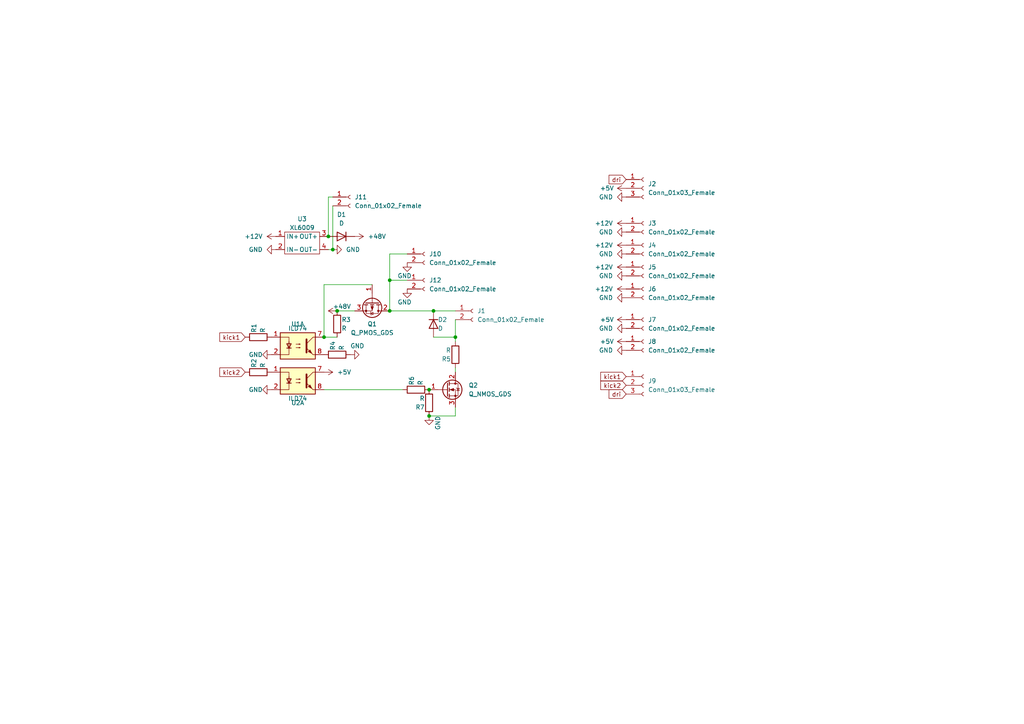
<source format=kicad_sch>
(kicad_sch (version 20211123) (generator eeschema)
  (paper "A4")
  (lib_symbols
    (symbol "Connector:Conn_01x02_Female" (pin_names (offset 1.016) hide)
      (property "Reference" "J" (at 0 2.54 0))
      (property "Value" "Conn_01x02_Female" (at 0 -5.08 0))
      (symbol "Conn_01x02_Female_1_1"
        (arc (start 0 -2.032) (mid -0.508 -2.54) (end 0 -3.048) (stroke (width 0.1524)))
        (polyline (pts (xy -1.27 -2.54) (xy -0.508 -2.54)) (stroke (width 0.1524)))
        (polyline (pts (xy -1.27 0) (xy -0.508 0)) (stroke (width 0.1524)))
        (arc (start 0 0.508) (mid -0.508 0) (end 0 -0.508) (stroke (width 0.1524)))
        (pin passive line (at -5.08 0 0) (length 3.81) (name "Pin_1") (number "1"))
        (pin passive line (at -5.08 -2.54 0) (length 3.81) (name "Pin_2") (number "2"))
      )
    )
    (symbol "Connector:Conn_01x03_Female" (pin_names (offset 1.016) hide)
      (property "Reference" "J" (at 0 5.08 0))
      (property "Value" "Conn_01x03_Female" (at 0 -5.08 0))
      (symbol "Conn_01x03_Female_1_1"
        (arc (start 0 -2.032) (mid -0.508 -2.54) (end 0 -3.048) (stroke (width 0.1524)))
        (polyline (pts (xy -1.27 -2.54) (xy -0.508 -2.54)) (stroke (width 0.1524)))
        (polyline (pts (xy -1.27 0) (xy -0.508 0)) (stroke (width 0.1524)))
        (polyline (pts (xy -1.27 2.54) (xy -0.508 2.54)) (stroke (width 0.1524)))
        (arc (start 0 0.508) (mid -0.508 0) (end 0 -0.508) (stroke (width 0.1524)))
        (arc (start 0 3.048) (mid -0.508 2.54) (end 0 2.032) (stroke (width 0.1524)))
        (pin passive line (at -5.08 2.54 0) (length 3.81) (name "Pin_1") (number "1"))
        (pin passive line (at -5.08 0 0) (length 3.81) (name "Pin_2") (number "2"))
        (pin passive line (at -5.08 -2.54 0) (length 3.81) (name "Pin_3") (number "3"))
      )
    )
    (symbol "Device:D" (pin_numbers hide) (pin_names (offset 1.016) hide)
      (property "Reference" "D" (at 0 2.54 0))
      (property "Value" "D" (at 0 -2.54 0))
      (symbol "D_0_1"
        (polyline (pts (xy -1.27 1.27) (xy -1.27 -1.27)) (stroke (width 0.254)))
        (polyline (pts (xy 1.27 0) (xy -1.27 0)))
        (polyline (pts (xy 1.27 1.27) (xy 1.27 -1.27) (xy -1.27 0) (xy 1.27 1.27)) (stroke (width 0.254)))
      )
      (symbol "D_1_1"
        (pin passive line (at -3.81 0 0) (length 2.54) (name "K") (number "1"))
        (pin passive line (at 3.81 0 180) (length 2.54) (name "A") (number "2"))
      )
    )
    (symbol "Device:Q_NMOS_GDS" (pin_names (offset 0) hide)
      (property "Reference" "Q" (at 5.08 1.27 0))
      (property "Value" "Q_NMOS_GDS" (at 5.08 -1.27 0))
      (symbol "Q_NMOS_GDS_0_1"
        (polyline (pts (xy 0.254 0) (xy -2.54 0)))
        (polyline (pts (xy 0.254 1.905) (xy 0.254 -1.905)) (stroke (width 0.254)))
        (polyline (pts (xy 0.762 -1.27) (xy 0.762 -2.286)) (stroke (width 0.254)))
        (polyline (pts (xy 0.762 0.508) (xy 0.762 -0.508)) (stroke (width 0.254)))
        (polyline (pts (xy 0.762 2.286) (xy 0.762 1.27)) (stroke (width 0.254)))
        (polyline (pts (xy 2.54 2.54) (xy 2.54 1.778)))
        (polyline (pts (xy 2.54 -2.54) (xy 2.54 0) (xy 0.762 0)))
        (polyline (pts (xy 0.762 -1.778) (xy 3.302 -1.778) (xy 3.302 1.778) (xy 0.762 1.778)))
        (polyline (pts (xy 1.016 0) (xy 2.032 0.381) (xy 2.032 -0.381) (xy 1.016 0)) (fill (type outline)))
        (polyline (pts (xy 2.794 0.508) (xy 2.921 0.381) (xy 3.683 0.381) (xy 3.81 0.254)))
        (polyline (pts (xy 3.302 0.381) (xy 2.921 -0.254) (xy 3.683 -0.254) (xy 3.302 0.381)))
        (circle (center 1.651 0) (radius 2.794) (stroke (width 0.254)))
        (circle (center 2.54 -1.778) (radius 0.254) (fill (type outline)))
        (circle (center 2.54 1.778) (radius 0.254) (fill (type outline)))
      )
      (symbol "Q_NMOS_GDS_1_1"
        (pin input line (at -5.08 0 0) (length 2.54) (name "G") (number "1"))
        (pin passive line (at 2.54 5.08 270) (length 2.54) (name "D") (number "2"))
        (pin passive line (at 2.54 -5.08 90) (length 2.54) (name "S") (number "3"))
      )
    )
    (symbol "Device:Q_PMOS_GDS" (pin_names (offset 0) hide)
      (property "Reference" "Q" (at 5.08 1.27 0))
      (property "Value" "Q_PMOS_GDS" (at 5.08 -1.27 0))
      (symbol "Q_PMOS_GDS_0_1"
        (polyline (pts (xy 0.254 0) (xy -2.54 0)))
        (polyline (pts (xy 0.254 1.905) (xy 0.254 -1.905)) (stroke (width 0.254)))
        (polyline (pts (xy 0.762 -1.27) (xy 0.762 -2.286)) (stroke (width 0.254)))
        (polyline (pts (xy 0.762 0.508) (xy 0.762 -0.508)) (stroke (width 0.254)))
        (polyline (pts (xy 0.762 2.286) (xy 0.762 1.27)) (stroke (width 0.254)))
        (polyline (pts (xy 2.54 2.54) (xy 2.54 1.778)))
        (polyline (pts (xy 2.54 -2.54) (xy 2.54 0) (xy 0.762 0)))
        (polyline (pts (xy 0.762 1.778) (xy 3.302 1.778) (xy 3.302 -1.778) (xy 0.762 -1.778)))
        (polyline (pts (xy 2.286 0) (xy 1.27 0.381) (xy 1.27 -0.381) (xy 2.286 0)) (fill (type outline)))
        (polyline (pts (xy 2.794 -0.508) (xy 2.921 -0.381) (xy 3.683 -0.381) (xy 3.81 -0.254)))
        (polyline (pts (xy 3.302 -0.381) (xy 2.921 0.254) (xy 3.683 0.254) (xy 3.302 -0.381)))
        (circle (center 1.651 0) (radius 2.794) (stroke (width 0.254)))
        (circle (center 2.54 -1.778) (radius 0.254) (fill (type outline)))
        (circle (center 2.54 1.778) (radius 0.254) (fill (type outline)))
      )
      (symbol "Q_PMOS_GDS_1_1"
        (pin input line (at -5.08 0 0) (length 2.54) (name "G") (number "1"))
        (pin passive line (at 2.54 5.08 270) (length 2.54) (name "D") (number "2"))
        (pin passive line (at 2.54 -5.08 90) (length 2.54) (name "S") (number "3"))
      )
    )
    (symbol "Device:R" (pin_numbers hide) (pin_names (offset 0))
      (property "Reference" "R" (at 2.032 0 90))
      (property "Value" "R" (at 0 0 90))
      (symbol "R_0_1"
        (rectangle (start -1.016 -2.54) (end 1.016 2.54) (stroke (width 0.254)))
      )
      (symbol "R_1_1"
        (pin passive line (at 0 3.81 270) (length 1.27) (name "~") (number "1"))
        (pin passive line (at 0 -3.81 90) (length 1.27) (name "~") (number "2"))
      )
    )
    (symbol "Isolator:ILD74" (pin_names (offset 1.016))
      (property "Reference" "U" (at -5.08 5.08 0))
      (property "Value" "ILD74" (at 0 5.08 0))
      (symbol "ILD74_0_1"
        (rectangle (start -5.08 3.81) (end 5.08 -3.81) (stroke (width 0.254)) (fill (type background)))
        (polyline (pts (xy -3.175 -0.635) (xy -1.905 -0.635)) (stroke (width 0.254)))
        (polyline (pts (xy 2.54 0.635) (xy 4.445 2.54)))
        (polyline (pts (xy 4.445 -2.54) (xy 2.54 -0.635)) (fill (type outline)))
        (polyline (pts (xy 4.445 -2.54) (xy 5.08 -2.54)))
        (polyline (pts (xy 4.445 2.54) (xy 5.08 2.54)))
        (polyline (pts (xy -5.08 2.54) (xy -2.54 2.54) (xy -2.54 0.635)))
        (polyline (pts (xy 2.54 1.905) (xy 2.54 -1.905) (xy 2.54 -1.905)) (stroke (width 0.508)))
        (polyline (pts (xy -2.54 -0.635) (xy -3.175 0.635) (xy -1.905 0.635) (xy -2.54 -0.635)) (stroke (width 0.254)))
        (polyline (pts (xy -2.54 -0.635) (xy -2.54 1.27) (xy -2.54 -2.54) (xy -5.08 -2.54)))
        (polyline (pts (xy -0.508 -0.508) (xy 0.762 -0.508) (xy 0.381 -0.635) (xy 0.381 -0.381) (xy 0.762 -0.508)))
        (polyline (pts (xy -0.508 0.508) (xy 0.762 0.508) (xy 0.381 0.381) (xy 0.381 0.635) (xy 0.762 0.508)))
        (polyline (pts (xy 3.048 -1.651) (xy 3.556 -1.143) (xy 4.064 -2.159) (xy 3.048 -1.651) (xy 3.048 -1.651)) (fill (type outline)))
      )
      (symbol "ILD74_1_1"
        (pin passive line (at -7.62 2.54 0) (length 2.54) (name "~") (number "1"))
        (pin passive line (at -7.62 -2.54 0) (length 2.54) (name "~") (number "2"))
        (pin passive line (at 7.62 2.54 180) (length 2.54) (name "~") (number "7"))
        (pin passive line (at 7.62 -2.54 180) (length 2.54) (name "~") (number "8"))
      )
      (symbol "ILD74_2_1"
        (pin passive line (at -7.62 -2.54 0) (length 2.54) (name "~") (number "3"))
        (pin passive line (at -7.62 2.54 0) (length 2.54) (name "~") (number "4"))
        (pin passive line (at 7.62 -2.54 180) (length 2.54) (name "~") (number "5"))
        (pin passive line (at 7.62 2.54 180) (length 2.54) (name "~") (number "6"))
      )
    )
    (symbol "XL6009:XL6009"
      (property "Reference" "U" (at 0 1.27 0))
      (property "Value" "XL6009" (at 0 -1.27 0))
      (symbol "XL6009_0_1"
        (rectangle (start -5.08 -2.54) (end 5.08 -8.89))
        (rectangle (start 19.05 6.35) (end 19.05 6.35))
      )
      (symbol "XL6009_1_1"
        (pin input line (at -7.62 -3.81 0) (length 2.54) (name "IN+") (number "1"))
        (pin input line (at -7.62 -7.62 0) (length 2.54) (name "IN-") (number "2"))
        (pin input line (at 7.62 -3.81 180) (length 2.54) (name "OUT+") (number "3"))
        (pin input line (at 7.62 -7.62 180) (length 2.54) (name "OUT-") (number "4"))
      )
    )
    (symbol "power:+12V" (power) (pin_names (offset 0))
      (property "Value" "+12V" (at 0 3.556 0))
      (symbol "+12V_0_1"
        (polyline (pts (xy -0.762 1.27) (xy 0 2.54)))
        (polyline (pts (xy 0 0) (xy 0 2.54)))
        (polyline (pts (xy 0 2.54) (xy 0.762 1.27)))
      )
      (symbol "+12V_1_1"
        (pin power_in line (at 0 0 90) (length 0) hide (name "+12V") (number "1"))
      )
    )
    (symbol "power:+48V" (power) (pin_names (offset 0))
      (property "Value" "+48V" (at 0 3.556 0))
      (symbol "+48V_0_1"
        (polyline (pts (xy -0.762 1.27) (xy 0 2.54)))
        (polyline (pts (xy 0 0) (xy 0 2.54)))
        (polyline (pts (xy 0 2.54) (xy 0.762 1.27)))
      )
      (symbol "+48V_1_1"
        (pin power_in line (at 0 0 90) (length 0) hide (name "+48V") (number "1"))
      )
    )
    (symbol "power:+5V" (power) (pin_names (offset 0))
      (property "Value" "+5V" (at 0 3.556 0))
      (symbol "+5V_0_1"
        (polyline (pts (xy -0.762 1.27) (xy 0 2.54)))
        (polyline (pts (xy 0 0) (xy 0 2.54)))
        (polyline (pts (xy 0 2.54) (xy 0.762 1.27)))
      )
      (symbol "+5V_1_1"
        (pin power_in line (at 0 0 90) (length 0) hide (name "+5V") (number "1"))
      )
    )
    (symbol "power:GND" (power) (pin_names (offset 0))
      (property "Value" "GND" (at 0 -3.81 0))
      (symbol "GND_0_1"
        (polyline (pts (xy 0 0) (xy 0 -1.27) (xy 1.27 -1.27) (xy 0 -2.54) (xy -1.27 -1.27) (xy 0 -1.27)))
      )
      (symbol "GND_1_1"
        (pin power_in line (at 0 0 270) (length 0) hide (name "GND") (number "1"))
      )
    )
  )
  (junction (at 113.03 81.28))
  (junction (at 124.46 113.03))
  (junction (at 96.52 72.39))
  (junction (at 97.79 90.17))
  (junction (at 125.73 90.17))
  (junction (at 132.08 97.79))
  (junction (at 93.98 97.79))
  (junction (at 95.25 68.58))
  (junction (at 124.46 120.65))
  (junction (at 113.03 90.17))
  (wire (pts (xy 113.03 90.17) (xy 125.73 90.17)))
  (wire (pts (xy 113.03 81.28) (xy 113.03 90.17)))
  (wire (pts (xy 118.11 73.66) (xy 113.03 73.66)))
  (wire (pts (xy 95.25 72.39) (xy 96.52 72.39)))
  (wire (pts (xy 132.08 120.65) (xy 132.08 118.11)))
  (wire (pts (xy 132.08 97.79) (xy 132.08 92.71)))
  (wire (pts (xy 93.98 97.79) (xy 97.79 97.79)))
  (wire (pts (xy 96.52 59.69) (xy 96.52 72.39)))
  (wire (pts (xy 107.95 82.55) (xy 93.98 82.55)))
  (wire (pts (xy 124.46 120.65) (xy 132.08 120.65)))
  (wire (pts (xy 132.08 106.68) (xy 132.08 107.95)))
  (wire (pts (xy 93.98 82.55) (xy 93.98 97.79)))
  (wire (pts (xy 125.73 90.17) (xy 132.08 90.17)))
  (wire (pts (xy 97.79 90.17) (xy 102.87 90.17)))
  (wire (pts (xy 125.73 97.79) (xy 132.08 97.79)))
  (wire (pts (xy 95.25 57.15) (xy 95.25 68.58)))
  (wire (pts (xy 118.11 81.28) (xy 113.03 81.28)))
  (wire (pts (xy 96.52 57.15) (xy 95.25 57.15)))
  (wire (pts (xy 93.98 113.03) (xy 116.84 113.03)))
  (wire (pts (xy 132.08 99.06) (xy 132.08 97.79)))
  (wire (pts (xy 113.03 73.66) (xy 113.03 81.28)))
  (global_label "dri" (shape input) (at 181.61 52.07 180) (property "Intersheet References" "${INTERSHEET_REFS}" (effects hide)))
  (global_label "kick1" (shape input) (at 71.12 97.79 180) (property "Intersheet References" "${INTERSHEET_REFS}" (effects hide)))
  (global_label "kick2" (shape input) (at 71.12 107.95 180) (property "Intersheet References" "${INTERSHEET_REFS}" (effects hide)))
  (global_label "dri" (shape input) (at 181.61 114.3 180) (property "Intersheet References" "${INTERSHEET_REFS}" (effects hide)))
  (global_label "kick1" (shape input) (at 181.61 109.22 180) (property "Intersheet References" "${INTERSHEET_REFS}" (effects hide)))
  (global_label "kick2" (shape input) (at 181.61 111.76 180) (property "Intersheet References" "${INTERSHEET_REFS}" (effects hide)))
  (symbol (lib_id "power:+5V") (at 181.61 54.61 90) (unit 1)
    (property "Reference" "#PWR0122" (effects hide))
    (property "Value" "+5V" (at 173.99 54.61 90) (effects (justify right)))
  )
  (symbol (lib_id "Connector:Conn_01x02_Female") (at 101.6 57.15 0) (unit 1)
    (property "Reference" "J11" (at 102.87 57.1499 0) (effects (justify left)))
    (property "Value" "Conn_01x02_Female" (at 102.87 59.6899 0) (effects (justify left)))
    (property "Footprint" "Connector_JST:JST_XH_B2B-XH-A_1x02_P2.50mm_Vertical" (effects hide))
  )
  (symbol (lib_id "power:+5V") (at 93.98 107.95 270) (unit 1)
    (property "Reference" "#PWR0102" (effects hide))
    (property "Value" "+5V" (at 97.79 107.9499 90) (effects (justify left)))
  )
  (symbol (lib_id "power:GND") (at 181.61 101.6 270) (unit 1)
    (property "Reference" "#PWR0114" (effects hide))
    (property "Value" "GND" (at 177.8 101.5999 90) (effects (justify right)))
  )
  (symbol (lib_id "power:GND") (at 101.6 102.87 90) (unit 1)
    (property "Reference" "#PWR0103" (effects hide))
    (property "Value" "GND" (at 101.6 100.33 90) (effects (justify right)))
  )
  (symbol (lib_id "power:GND") (at 96.52 72.39 90) (unit 1)
    (property "Reference" "#PWR0105" (effects hide))
    (property "Value" "GND" (at 100.33 72.3899 90) (effects (justify right)))
  )
  (symbol (lib_id "power:GND") (at 118.11 76.2 0) (unit 1)
    (property "Reference" "#PWR0126" (effects hide))
    (property "Value" "GND" (at 119.38 80.01 0) (effects (justify right)))
  )
  (symbol (lib_id "power:+12V") (at 181.61 71.12 90) (unit 1)
    (property "Reference" "#PWR0121" (effects hide))
    (property "Value" "+12V" (at 177.8 71.1199 90) (effects (justify left)))
  )
  (symbol (lib_id "power:+5V") (at 181.61 99.06 90) (unit 1)
    (property "Reference" "#PWR0112" (effects hide))
    (property "Value" "+5V" (at 173.99 99.06 90) (effects (justify right)))
  )
  (symbol (lib_id "Device:R") (at 124.46 116.84 180) (unit 1)
    (property "Reference" "R7" (at 123.19 118.11 0) (effects (justify left)))
    (property "Value" "R" (at 123.19 115.57 0) (effects (justify left)))
    (property "Footprint" "Resistor_THT:R_Axial_DIN0204_L3.6mm_D1.6mm_P5.08mm_Horizontal" (effects hide))
  )
  (symbol (lib_id "Connector:Conn_01x02_Female") (at 137.16 90.17 0) (unit 1)
    (property "Reference" "J1" (at 138.43 90.1699 0) (effects (justify left)))
    (property "Value" "Conn_01x02_Female" (at 138.43 92.7099 0) (effects (justify left)))
    (property "Footprint" "Connector_JST:JST_XH_B2B-XH-A_1x02_P2.50mm_Vertical" (effects hide))
  )
  (symbol (lib_id "Device:R") (at 74.93 97.79 90) (unit 1)
    (property "Reference" "R1" (at 73.66 96.52 0) (effects (justify left)))
    (property "Value" "R" (at 76.2 96.52 0) (effects (justify left)))
    (property "Footprint" "Resistor_THT:R_Axial_DIN0204_L3.6mm_D1.6mm_P5.08mm_Horizontal" (effects hide))
  )
  (symbol (lib_id "Connector:Conn_01x02_Female") (at 123.19 81.28 0) (unit 1)
    (property "Reference" "J12" (at 124.46 81.2799 0) (effects (justify left)))
    (property "Value" "Conn_01x02_Female" (at 124.46 83.8199 0) (effects (justify left)))
    (property "Footprint" "Connector_JST:JST_XH_B2B-XH-A_1x02_P2.50mm_Vertical" (effects hide))
  )
  (symbol (lib_id "power:GND") (at 181.61 95.25 270) (unit 1)
    (property "Reference" "#PWR0113" (effects hide))
    (property "Value" "GND" (at 177.8 95.2499 90) (effects (justify right)))
  )
  (symbol (lib_id "power:+5V") (at 181.61 92.71 90) (unit 1)
    (property "Reference" "#PWR0115" (effects hide))
    (property "Value" "+5V" (at 173.99 92.71 90) (effects (justify right)))
  )
  (symbol (lib_id "XL6009:XL6009") (at 87.63 64.77 0) (unit 1)
    (property "Reference" "U3" (at 87.63 63.5 0))
    (property "Value" "XL6009" (at 87.63 66.04 0))
    (property "Footprint" "XL6009:XL6009" (effects hide))
  )
  (symbol (lib_id "Device:D") (at 99.06 68.58 180) (unit 1)
    (property "Reference" "D1" (at 99.06 62.23 0))
    (property "Value" "D" (at 99.06 64.77 0))
    (property "Footprint" "Diode_THT:D_5W_P10.16mm_Horizontal" (effects hide))
  )
  (symbol (lib_id "Device:R") (at 97.79 102.87 90) (unit 1)
    (property "Reference" "R4" (at 96.52 101.6 0) (effects (justify left)))
    (property "Value" "R" (at 99.06 101.6 0) (effects (justify left)))
    (property "Footprint" "Resistor_THT:R_Axial_DIN0204_L3.6mm_D1.6mm_P5.08mm_Horizontal" (effects hide))
  )
  (symbol (lib_id "power:+12V") (at 181.61 83.82 90) (unit 1)
    (property "Reference" "#PWR0117" (effects hide))
    (property "Value" "+12V" (at 177.8 83.8199 90) (effects (justify left)))
  )
  (symbol (lib_id "power:GND") (at 181.61 67.31 270) (unit 1)
    (property "Reference" "#PWR0123" (effects hide))
    (property "Value" "GND" (at 177.8 67.3099 90) (effects (justify right)))
  )
  (symbol (lib_id "Connector:Conn_01x03_Female") (at 186.69 111.76 0) (unit 1)
    (property "Reference" "J9" (at 187.96 110.4899 0) (effects (justify left)))
    (property "Value" "Conn_01x03_Female" (at 187.96 113.0299 0) (effects (justify left)))
    (property "Footprint" "Connector_JST:JST_XH_B3B-XH-A_1x03_P2.50mm_Vertical" (effects hide))
  )
  (symbol (lib_id "power:GND") (at 181.61 57.15 270) (unit 1)
    (property "Reference" "#PWR0124" (effects hide))
    (property "Value" "GND" (at 177.8 57.1499 90) (effects (justify right)))
  )
  (symbol (lib_id "power:GND") (at 78.74 113.03 270) (unit 1)
    (property "Reference" "#PWR0107" (effects hide))
    (property "Value" "GND" (at 76.2 113.03 90) (effects (justify right)))
  )
  (symbol (lib_id "Device:Q_PMOS_GDS") (at 107.95 87.63 270) (unit 1)
    (property "Reference" "Q1" (at 107.95 93.98 90))
    (property "Value" "Q_PMOS_GDS" (at 107.95 96.52 90))
    (property "Footprint" "KiCAD_library:Nch MOSFET" (effects hide))
  )
  (symbol (lib_id "power:+48V") (at 102.87 68.58 270) (unit 1)
    (property "Reference" "#PWR0104" (effects hide))
    (property "Value" "+48V" (at 106.68 68.5799 90) (effects (justify left)))
  )
  (symbol (lib_id "Isolator:ILD74") (at 86.36 100.33 0) (unit 1)
    (property "Reference" "U1" (at 86.36 93.98 0))
    (property "Value" "ILD74" (at 86.36 95.25 0))
    (property "Footprint" "KiCAD_library:フォトカプラー" (effects hide))
    (property "Datasheet" "https://www.vishay.com/docs/83640/ild74.pdf" (effects hide))
  )
  (symbol (lib_id "power:GND") (at 181.61 73.66 270) (unit 1)
    (property "Reference" "#PWR0120" (effects hide))
    (property "Value" "GND" (at 177.8 73.6599 90) (effects (justify right)))
  )
  (symbol (lib_id "Connector:Conn_01x03_Female") (at 186.69 54.61 0) (unit 1)
    (property "Reference" "J2" (at 187.96 53.3399 0) (effects (justify left)))
    (property "Value" "Conn_01x03_Female" (at 187.96 55.8799 0) (effects (justify left)))
    (property "Footprint" "Connector_JST:JST_XH_B3B-XH-A_1x03_P2.50mm_Vertical" (effects hide))
  )
  (symbol (lib_id "power:GND") (at 124.46 120.65 0) (unit 1)
    (property "Reference" "#PWR0111" (effects hide))
    (property "Value" "GND" (at 127 120.65 90) (effects (justify right)))
  )
  (symbol (lib_id "Device:R") (at 120.65 113.03 90) (unit 1)
    (property "Reference" "R6" (at 119.38 111.76 0) (effects (justify left)))
    (property "Value" "R" (at 121.92 111.76 0) (effects (justify left)))
    (property "Footprint" "Resistor_THT:R_Axial_DIN0204_L3.6mm_D1.6mm_P5.08mm_Horizontal" (effects hide))
  )
  (symbol (lib_id "Connector:Conn_01x02_Female") (at 186.69 71.12 0) (unit 1)
    (property "Reference" "J4" (at 187.96 71.1199 0) (effects (justify left)))
    (property "Value" "Conn_01x02_Female" (at 187.96 73.6599 0) (effects (justify left)))
    (property "Footprint" "Connector_JST:JST_XH_B2B-XH-A_1x02_P2.50mm_Vertical" (effects hide))
  )
  (symbol (lib_id "Device:R") (at 97.79 93.98 0) (unit 1)
    (property "Reference" "R3" (at 99.06 92.71 0) (effects (justify left)))
    (property "Value" "R" (at 99.06 95.25 0) (effects (justify left)))
    (property "Footprint" "Resistor_THT:R_Axial_DIN0204_L3.6mm_D1.6mm_P5.08mm_Horizontal" (effects hide))
  )
  (symbol (lib_id "Device:R") (at 132.08 102.87 180) (unit 1)
    (property "Reference" "R5" (at 130.81 104.14 0) (effects (justify left)))
    (property "Value" "R" (at 130.81 101.6 0) (effects (justify left)))
    (property "Footprint" "Resistor_THT:R_Axial_Power_L25.0mm_W9.0mm_P10.16mm_Vertical" (effects hide))
  )
  (symbol (lib_id "power:GND") (at 118.11 83.82 0) (unit 1)
    (property "Reference" "#PWR0110" (effects hide))
    (property "Value" "GND" (at 119.38 87.63 0) (effects (justify right)))
  )
  (symbol (lib_id "power:+12V") (at 181.61 77.47 90) (unit 1)
    (property "Reference" "#PWR0119" (effects hide))
    (property "Value" "+12V" (at 177.8 77.4699 90) (effects (justify left)))
  )
  (symbol (lib_id "power:GND") (at 80.01 72.39 270) (unit 1)
    (property "Reference" "#PWR0108" (effects hide))
    (property "Value" "GND" (at 76.2 72.3899 90) (effects (justify right)))
  )
  (symbol (lib_id "Connector:Conn_01x02_Female") (at 186.69 92.71 0) (unit 1)
    (property "Reference" "J7" (at 187.96 92.7099 0) (effects (justify left)))
    (property "Value" "Conn_01x02_Female" (at 187.96 95.2499 0) (effects (justify left)))
    (property "Footprint" "Connector_JST:JST_XH_B2B-XH-A_1x02_P2.50mm_Vertical" (effects hide))
  )
  (symbol (lib_id "power:GND") (at 78.74 102.87 270) (unit 1)
    (property "Reference" "#PWR0106" (effects hide))
    (property "Value" "GND" (at 76.2 102.87 90) (effects (justify right)))
  )
  (symbol (lib_id "Isolator:ILD74") (at 86.36 110.49 0) (unit 1)
    (property "Reference" "U2" (at 86.36 116.84 0))
    (property "Value" "ILD74" (at 86.36 115.57 0))
    (property "Footprint" "KiCAD_library:フォトカプラー" (effects hide))
    (property "Datasheet" "https://www.vishay.com/docs/83640/ild74.pdf" (effects hide))
  )
  (symbol (lib_id "Device:D") (at 125.73 93.98 270) (unit 1)
    (property "Reference" "D2" (at 127 92.71 90) (effects (justify left)))
    (property "Value" "D" (at 127 95.25 90) (effects (justify left)))
    (property "Footprint" "Diode_THT:D_5W_P10.16mm_Horizontal" (effects hide))
  )
  (symbol (lib_id "Connector:Conn_01x02_Female") (at 186.69 77.47 0) (unit 1)
    (property "Reference" "J5" (at 187.96 77.4699 0) (effects (justify left)))
    (property "Value" "Conn_01x02_Female" (at 187.96 80.0099 0) (effects (justify left)))
    (property "Footprint" "Connector_JST:JST_XH_B2B-XH-A_1x02_P2.50mm_Vertical" (effects hide))
  )
  (symbol (lib_id "Device:Q_NMOS_GDS") (at 129.54 113.03 0) (unit 1)
    (property "Reference" "Q2" (at 135.89 111.7599 0) (effects (justify left)))
    (property "Value" "Q_NMOS_GDS" (at 135.89 114.2999 0) (effects (justify left)))
    (property "Footprint" "KiCAD_library:Nch MOSFET" (effects hide))
  )
  (symbol (lib_id "Connector:Conn_01x02_Female") (at 186.69 99.06 0) (unit 1)
    (property "Reference" "J8" (at 187.96 99.0599 0) (effects (justify left)))
    (property "Value" "Conn_01x02_Female" (at 187.96 101.5999 0) (effects (justify left)))
    (property "Footprint" "Connector_JST:JST_XH_B2B-XH-A_1x02_P2.50mm_Vertical" (effects hide))
  )
  (symbol (lib_id "power:GND") (at 181.61 86.36 270) (unit 1)
    (property "Reference" "#PWR0116" (effects hide))
    (property "Value" "GND" (at 177.8 86.3599 90) (effects (justify right)))
  )
  (symbol (lib_id "Device:R") (at 74.93 107.95 90) (unit 1)
    (property "Reference" "R2" (at 73.66 106.68 0) (effects (justify left)))
    (property "Value" "R" (at 76.2 106.68 0) (effects (justify left)))
    (property "Footprint" "Resistor_THT:R_Axial_DIN0204_L3.6mm_D1.6mm_P5.08mm_Horizontal" (effects hide))
  )
  (symbol (lib_id "power:GND") (at 181.61 80.01 270) (unit 1)
    (property "Reference" "#PWR0118" (effects hide))
    (property "Value" "GND" (at 177.8 80.0099 90) (effects (justify right)))
  )
  (symbol (lib_id "Connector:Conn_01x02_Female") (at 186.69 83.82 0) (unit 1)
    (property "Reference" "J6" (at 187.96 83.8199 0) (effects (justify left)))
    (property "Value" "Conn_01x02_Female" (at 187.96 86.3599 0) (effects (justify left)))
    (property "Footprint" "Connector_JST:JST_XH_B2B-XH-A_1x02_P2.50mm_Vertical" (effects hide))
  )
  (symbol (lib_id "Connector:Conn_01x02_Female") (at 123.19 73.66 0) (unit 1)
    (property "Reference" "J10" (at 124.46 73.6599 0) (effects (justify left)))
    (property "Value" "Conn_01x02_Female" (at 124.46 76.1999 0) (effects (justify left)))
    (property "Footprint" "Connector_JST:JST_XH_B2B-XH-A_1x02_P2.50mm_Vertical" (effects hide))
  )
  (symbol (lib_id "power:+12V") (at 80.01 68.58 90) (unit 1)
    (property "Reference" "#PWR0109" (effects hide))
    (property "Value" "+12V" (at 76.2 68.5799 90) (effects (justify left)))
  )
  (symbol (lib_id "power:+48V") (at 97.79 90.17 90) (unit 1)
    (property "Reference" "#PWR0101" (effects hide))
    (property "Value" "+48V" (at 96.52 88.9 90) (effects (justify right)))
  )
  (symbol (lib_id "Connector:Conn_01x02_Female") (at 186.69 64.77 0) (unit 1)
    (property "Reference" "J3" (at 187.96 64.7699 0) (effects (justify left)))
    (property "Value" "Conn_01x02_Female" (at 187.96 67.3099 0) (effects (justify left)))
    (property "Footprint" "Connector_JST:JST_XH_B2B-XH-A_1x02_P2.50mm_Vertical" (effects hide))
  )
  (symbol (lib_id "power:+12V") (at 181.61 64.77 90) (unit 1)
    (property "Reference" "#PWR0125" (effects hide))
    (property "Value" "+12V" (at 177.8 64.7699 90) (effects (justify left)))
  )
)
</source>
